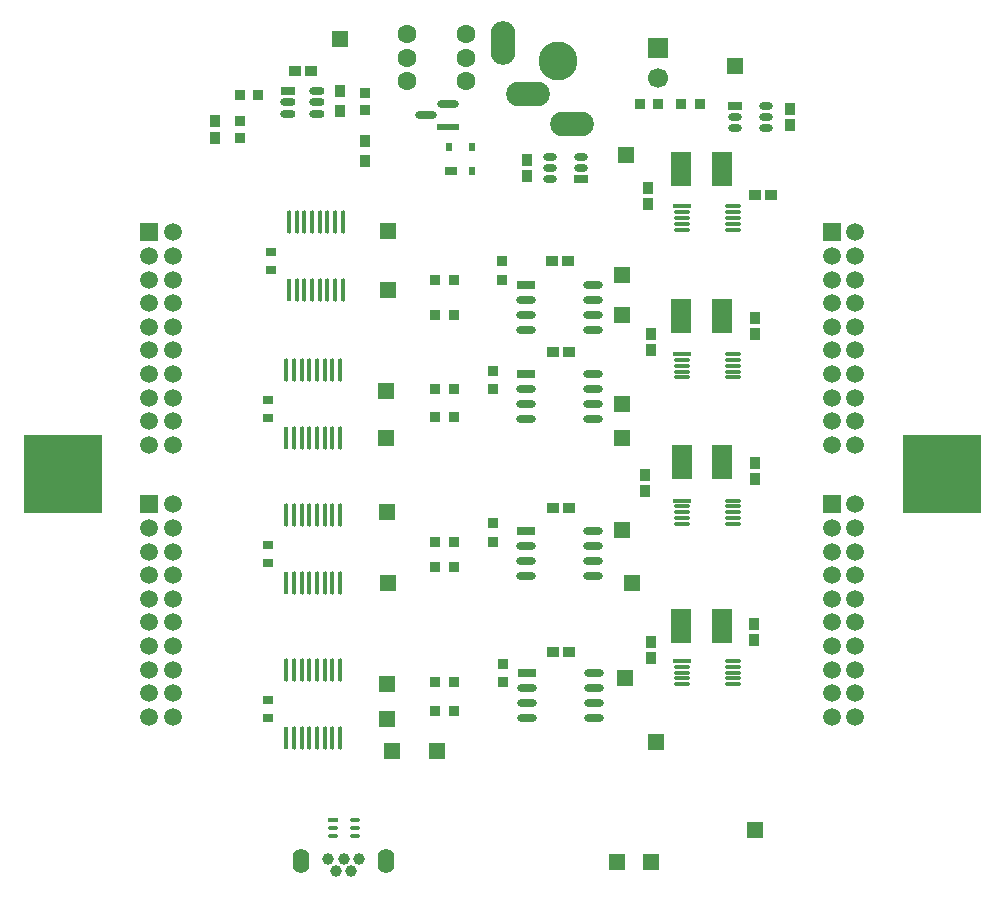
<source format=gts>
%TF.GenerationSoftware,Altium Limited,Altium Designer,23.3.1 (30)*%
G04 Layer_Color=8388736*
%FSLAX25Y25*%
%MOIN*%
%TF.SameCoordinates,891D3A3A-43D5-49D6-AFC7-0964E08A728C*%
%TF.FilePolarity,Negative*%
%TF.FileFunction,Soldermask,Top*%
%TF.Part,Single*%
G01*
G75*
%TA.AperFunction,SMDPad,CuDef*%
%ADD15R,0.02362X0.02756*%
%ADD16R,0.03937X0.02756*%
%ADD17R,0.03381X0.03591*%
%ADD18R,0.03788X0.03681*%
%ADD19O,0.03300X0.01600*%
%ADD20R,0.03300X0.01600*%
G04:AMPARAMS|DCode=25|XSize=73.79mil|YSize=24.1mil|CornerRadius=12.05mil|HoleSize=0mil|Usage=FLASHONLY|Rotation=180.000|XOffset=0mil|YOffset=0mil|HoleType=Round|Shape=RoundedRectangle|*
%AMROUNDEDRECTD25*
21,1,0.07379,0.00000,0,0,180.0*
21,1,0.04969,0.02410,0,0,180.0*
1,1,0.02410,-0.02485,0.00000*
1,1,0.02410,0.02485,0.00000*
1,1,0.02410,0.02485,0.00000*
1,1,0.02410,-0.02485,0.00000*
%
%ADD25ROUNDEDRECTD25*%
%ADD26R,0.07379X0.02410*%
%ADD27R,0.03500X0.04000*%
%ADD28R,0.03543X0.03150*%
%ADD29R,0.07087X0.11811*%
%ADD30R,0.03591X0.03970*%
%ADD31R,0.03591X0.04166*%
%ADD32R,0.03591X0.03775*%
%ADD33R,0.04166X0.03591*%
%ADD34R,0.01657X0.07699*%
G04:AMPARAMS|DCode=35|XSize=76.99mil|YSize=16.57mil|CornerRadius=8.28mil|HoleSize=0mil|Usage=FLASHONLY|Rotation=90.000|XOffset=0mil|YOffset=0mil|HoleType=Round|Shape=RoundedRectangle|*
%AMROUNDEDRECTD35*
21,1,0.07699,0.00000,0,0,90.0*
21,1,0.06042,0.01657,0,0,90.0*
1,1,0.01657,0.00000,0.03021*
1,1,0.01657,0.00000,-0.03021*
1,1,0.01657,0.00000,-0.03021*
1,1,0.01657,0.00000,0.03021*
%
%ADD35ROUNDEDRECTD35*%
%ADD38R,0.03591X0.03381*%
%TA.AperFunction,ComponentPad*%
%ADD44C,0.05906*%
%ADD47C,0.06299*%
%ADD50R,0.05512X0.05512*%
%TA.AperFunction,SMDPad,CuDef*%
%ADD73R,0.05906X0.01378*%
%ADD74O,0.05906X0.01378*%
%ADD75O,0.05118X0.02756*%
%ADD76R,0.05118X0.02756*%
%ADD77R,0.04528X0.02756*%
%ADD78O,0.04528X0.02756*%
%ADD79O,0.06496X0.02756*%
%ADD80R,0.06496X0.02756*%
%TA.AperFunction,ComponentPad*%
%ADD81C,0.03937*%
%ADD82O,0.05512X0.08268*%
%ADD83R,0.06693X0.06693*%
%ADD84C,0.06693*%
%ADD85R,0.25984X0.25984*%
%ADD86R,0.05906X0.05906*%
%ADD87C,0.12992*%
%ADD88O,0.14567X0.08268*%
%ADD89O,0.08268X0.14567*%
%ADD90R,0.05512X0.05512*%
D15*
X-10236Y101181D02*
D03*
X-17717Y109055D02*
D03*
X-10236D02*
D03*
D16*
X-16929Y101181D02*
D03*
D17*
X-81384Y126378D02*
D03*
X-87500D02*
D03*
X45958Y123425D02*
D03*
X52074D02*
D03*
X59646D02*
D03*
X65762D02*
D03*
X-16233Y64967D02*
D03*
X-22349D02*
D03*
Y53228D02*
D03*
X-16233D02*
D03*
X-22349Y28424D02*
D03*
X-16233D02*
D03*
X-16233Y19193D02*
D03*
X-22349D02*
D03*
Y-22441D02*
D03*
X-16233D02*
D03*
Y-30807D02*
D03*
X-22349D02*
D03*
X-22358Y-69350D02*
D03*
X-16242D02*
D03*
X-16233Y-78701D02*
D03*
X-22349D02*
D03*
D18*
X-87500Y117808D02*
D03*
Y112175D02*
D03*
D19*
X-56504Y-117815D02*
D03*
X-49204Y-120415D02*
D03*
X-56504D02*
D03*
X-49204Y-117815D02*
D03*
Y-115215D02*
D03*
D20*
X-56504D02*
D03*
D25*
X-17972Y123425D02*
D03*
X-25335Y119685D02*
D03*
D26*
X-17972Y115945D02*
D03*
D27*
X-45669Y104524D02*
D03*
Y111024D02*
D03*
X-54035Y127659D02*
D03*
Y121160D02*
D03*
D28*
X-78051Y-75197D02*
D03*
Y-81102D02*
D03*
X-77165Y68105D02*
D03*
Y74011D02*
D03*
X-78051Y18898D02*
D03*
Y24803D02*
D03*
Y-29528D02*
D03*
Y-23622D02*
D03*
D29*
X59646Y101870D02*
D03*
X73228D02*
D03*
X73130Y52854D02*
D03*
X59547D02*
D03*
X59744Y4232D02*
D03*
X73327D02*
D03*
X59547Y-50492D02*
D03*
X73130D02*
D03*
D30*
X-95768Y112175D02*
D03*
Y117702D02*
D03*
D31*
X49606Y-61130D02*
D03*
Y-55799D02*
D03*
X95866Y121661D02*
D03*
Y116331D02*
D03*
X8202Y99508D02*
D03*
Y104839D02*
D03*
X48720Y95480D02*
D03*
Y90150D02*
D03*
X84252Y52075D02*
D03*
Y46744D02*
D03*
X49606Y46661D02*
D03*
Y41331D02*
D03*
X84252Y-1386D02*
D03*
Y3945D02*
D03*
X47638Y-189D02*
D03*
Y-5520D02*
D03*
X83760Y-49894D02*
D03*
Y-55224D02*
D03*
D32*
X-45669Y127270D02*
D03*
Y121548D02*
D03*
D33*
X-69004Y134646D02*
D03*
X-63673D02*
D03*
X89673Y93307D02*
D03*
X84343D02*
D03*
X16823Y-11220D02*
D03*
X22153D02*
D03*
X16791Y-59193D02*
D03*
X22121D02*
D03*
X16429Y71082D02*
D03*
X21760D02*
D03*
X16921Y40650D02*
D03*
X22252D02*
D03*
D34*
X-71063Y61509D02*
D03*
X-71949Y12302D02*
D03*
Y-36124D02*
D03*
Y-87698D02*
D03*
D35*
X-68504Y61509D02*
D03*
X-65945D02*
D03*
X-63386D02*
D03*
X-60827D02*
D03*
X-58268D02*
D03*
X-55709D02*
D03*
X-53150D02*
D03*
Y84150D02*
D03*
X-55709D02*
D03*
X-58268D02*
D03*
X-60827D02*
D03*
X-63386D02*
D03*
X-65945D02*
D03*
X-68504D02*
D03*
X-71063D02*
D03*
X-71949Y34942D02*
D03*
X-69390D02*
D03*
X-66831D02*
D03*
X-64272D02*
D03*
X-61713D02*
D03*
X-59153D02*
D03*
X-56595D02*
D03*
X-54035D02*
D03*
Y12302D02*
D03*
X-56595D02*
D03*
X-59153D02*
D03*
X-61713D02*
D03*
X-64272D02*
D03*
X-66831D02*
D03*
X-69390D02*
D03*
Y-36124D02*
D03*
X-66831D02*
D03*
X-64272D02*
D03*
X-61713D02*
D03*
X-59153D02*
D03*
X-56595D02*
D03*
X-54035D02*
D03*
Y-13483D02*
D03*
X-56595D02*
D03*
X-59153D02*
D03*
X-61713D02*
D03*
X-64272D02*
D03*
X-66831D02*
D03*
X-69390D02*
D03*
X-71949D02*
D03*
Y-65057D02*
D03*
X-69390D02*
D03*
X-66831D02*
D03*
X-64272D02*
D03*
X-61713D02*
D03*
X-59153D02*
D03*
X-56595D02*
D03*
X-54035D02*
D03*
Y-87698D02*
D03*
X-56595D02*
D03*
X-59153D02*
D03*
X-61713D02*
D03*
X-64272D02*
D03*
X-66831D02*
D03*
X-69390D02*
D03*
D38*
X-98Y71082D02*
D03*
Y64967D02*
D03*
X-2953Y34540D02*
D03*
Y28424D02*
D03*
X-2953Y-22395D02*
D03*
Y-16280D02*
D03*
X295Y-63235D02*
D03*
Y-69350D02*
D03*
D44*
X-117717Y-25688D02*
D03*
X-109843D02*
D03*
X-117717Y-17813D02*
D03*
X-109843D02*
D03*
Y-9939D02*
D03*
X-117717Y-80806D02*
D03*
X-109843D02*
D03*
X-117717Y-72932D02*
D03*
X-109843D02*
D03*
X-117717Y-65057D02*
D03*
X-109843D02*
D03*
Y-57183D02*
D03*
X-117717Y-49310D02*
D03*
X-109843D02*
D03*
X-117717Y-41436D02*
D03*
X-109843D02*
D03*
X-117717Y-33562D02*
D03*
X-109843D02*
D03*
X-117717Y-57183D02*
D03*
X109843Y64953D02*
D03*
X117717D02*
D03*
X109843Y72827D02*
D03*
X117717D02*
D03*
Y80701D02*
D03*
X109843Y9835D02*
D03*
X117717D02*
D03*
X109843Y17709D02*
D03*
X117717D02*
D03*
X109843Y25583D02*
D03*
X117717D02*
D03*
Y33457D02*
D03*
X109843Y41331D02*
D03*
X117717D02*
D03*
X109843Y49205D02*
D03*
X117717D02*
D03*
X109843Y57079D02*
D03*
X117717D02*
D03*
X109843Y33457D02*
D03*
Y-25688D02*
D03*
X117717D02*
D03*
X109843Y-17813D02*
D03*
X117717D02*
D03*
Y-9939D02*
D03*
X109843Y-80806D02*
D03*
X117717D02*
D03*
X109843Y-72932D02*
D03*
X117717D02*
D03*
X109843Y-65057D02*
D03*
X117717D02*
D03*
Y-57183D02*
D03*
X109843Y-49310D02*
D03*
X117717D02*
D03*
X109843Y-41436D02*
D03*
X117717D02*
D03*
X109843Y-33562D02*
D03*
X117717D02*
D03*
X109843Y-57183D02*
D03*
X-117717Y64967D02*
D03*
X-109843D02*
D03*
X-117717Y72841D02*
D03*
X-109843D02*
D03*
Y80715D02*
D03*
X-117717Y9849D02*
D03*
X-109843D02*
D03*
X-117717Y17722D02*
D03*
X-109843D02*
D03*
X-117717Y25596D02*
D03*
X-109843D02*
D03*
Y33470D02*
D03*
X-117717Y41345D02*
D03*
X-109843D02*
D03*
X-117717Y49219D02*
D03*
X-109843D02*
D03*
X-117717Y57093D02*
D03*
X-109843D02*
D03*
X-117717Y33470D02*
D03*
D47*
X-12205Y146850D02*
D03*
Y138976D02*
D03*
Y131102D02*
D03*
X-31890Y146850D02*
D03*
Y138976D02*
D03*
Y131102D02*
D03*
D50*
X-38780Y27854D02*
D03*
X41339Y106398D02*
D03*
X-54035Y145177D02*
D03*
X39764Y66339D02*
D03*
X-38091Y81102D02*
D03*
X39764Y12302D02*
D03*
X51181Y-89075D02*
D03*
X-38287Y-69980D02*
D03*
X-38091Y61509D02*
D03*
X84153Y-118602D02*
D03*
X39764Y53228D02*
D03*
X39764Y23424D02*
D03*
Y-18602D02*
D03*
X41043Y-68012D02*
D03*
X-38287Y-81595D02*
D03*
X38386Y-129331D02*
D03*
X77428Y136024D02*
D03*
X-38287Y-12622D02*
D03*
X49723Y-129331D02*
D03*
X-36811Y-92222D02*
D03*
X-21852D02*
D03*
D73*
X59744Y-62106D02*
D03*
Y89433D02*
D03*
Y40201D02*
D03*
Y-8685D02*
D03*
D74*
Y-64075D02*
D03*
Y-66043D02*
D03*
Y-68012D02*
D03*
Y-69980D02*
D03*
X77067Y-62106D02*
D03*
Y-64075D02*
D03*
Y-66043D02*
D03*
Y-68012D02*
D03*
Y-69980D02*
D03*
Y81559D02*
D03*
Y83528D02*
D03*
Y85496D02*
D03*
Y87465D02*
D03*
Y89433D02*
D03*
X59744Y81559D02*
D03*
Y83528D02*
D03*
Y85496D02*
D03*
Y87465D02*
D03*
Y38232D02*
D03*
Y36264D02*
D03*
Y34295D02*
D03*
Y32327D02*
D03*
X77067Y40201D02*
D03*
Y38232D02*
D03*
Y36264D02*
D03*
Y34295D02*
D03*
Y32327D02*
D03*
Y-16559D02*
D03*
Y-14591D02*
D03*
Y-12622D02*
D03*
Y-10654D02*
D03*
Y-8685D02*
D03*
X59744Y-16559D02*
D03*
Y-14591D02*
D03*
Y-12622D02*
D03*
Y-10654D02*
D03*
D75*
X-61614Y120276D02*
D03*
Y124016D02*
D03*
Y127756D02*
D03*
X-71457Y120276D02*
D03*
Y124016D02*
D03*
D76*
Y127756D02*
D03*
D77*
X77461Y122933D02*
D03*
X26378Y98433D02*
D03*
D78*
X87894Y115453D02*
D03*
Y122933D02*
D03*
X77461Y119193D02*
D03*
Y115453D02*
D03*
X87894Y119193D02*
D03*
X15945Y105913D02*
D03*
Y98433D02*
D03*
X26378Y102173D02*
D03*
Y105913D02*
D03*
X15945Y102173D02*
D03*
D79*
X30283Y48228D02*
D03*
Y53228D02*
D03*
Y58228D02*
D03*
Y63228D02*
D03*
X7842Y48228D02*
D03*
Y53228D02*
D03*
Y58228D02*
D03*
Y28424D02*
D03*
Y23424D02*
D03*
Y18424D02*
D03*
X30283Y33424D02*
D03*
Y28424D02*
D03*
Y23424D02*
D03*
Y18424D02*
D03*
Y-33898D02*
D03*
Y-28898D02*
D03*
Y-23898D02*
D03*
Y-18898D02*
D03*
X7842Y-33898D02*
D03*
Y-28898D02*
D03*
Y-23898D02*
D03*
X30676Y-81260D02*
D03*
Y-76260D02*
D03*
Y-71260D02*
D03*
Y-66260D02*
D03*
X8235Y-81260D02*
D03*
Y-76260D02*
D03*
Y-71260D02*
D03*
D80*
X7842Y63228D02*
D03*
Y33424D02*
D03*
Y-18898D02*
D03*
X8235Y-66260D02*
D03*
D81*
X-50295Y-132087D02*
D03*
X-55413D02*
D03*
X-57972Y-128150D02*
D03*
X-52854D02*
D03*
X-47736D02*
D03*
D82*
X-66929Y-129016D02*
D03*
X-38780D02*
D03*
D83*
X52074Y142087D02*
D03*
D84*
Y132087D02*
D03*
D85*
X-146457Y0D02*
D03*
X146457D02*
D03*
D86*
X-117717Y-9939D02*
D03*
X109843Y80701D02*
D03*
Y-9939D02*
D03*
X-117717Y80715D02*
D03*
D87*
X18504Y137795D02*
D03*
D88*
X8661Y126772D02*
D03*
X23228Y116929D02*
D03*
D89*
X394Y143701D02*
D03*
D90*
X43257Y-36124D02*
D03*
X-38091D02*
D03*
X-38780Y12302D02*
D03*
%TF.MD5,5a3c4707f7956e87edc6b8e9db71d4de*%
M02*

</source>
